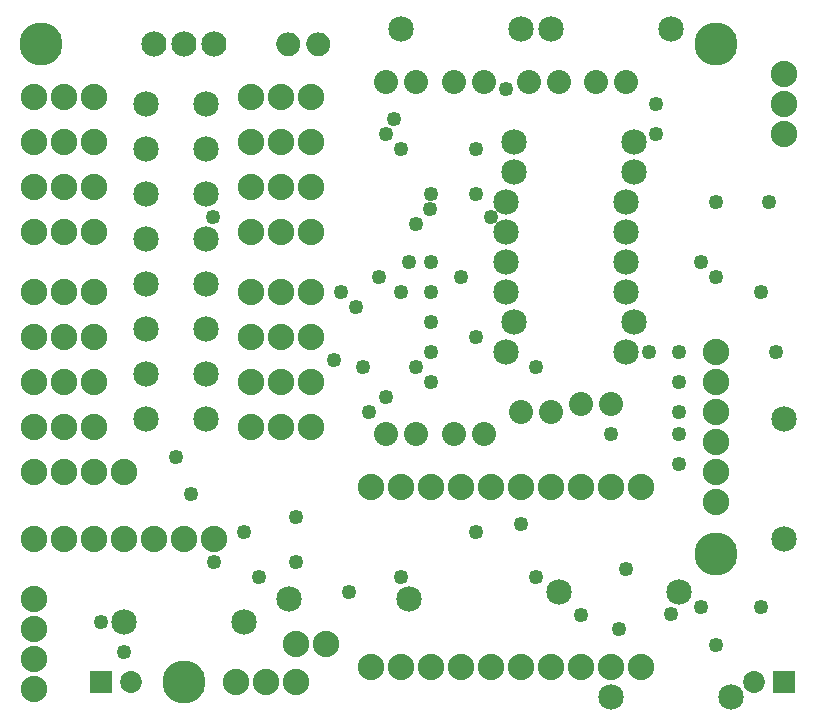
<source format=gbs>
G04 MADE WITH FRITZING*
G04 WWW.FRITZING.ORG*
G04 DOUBLE SIDED*
G04 HOLES PLATED*
G04 CONTOUR ON CENTER OF CONTOUR VECTOR*
%ASAXBY*%
%FSLAX23Y23*%
%MOIN*%
%OFA0B0*%
%SFA1.0B1.0*%
%ADD10C,0.049370*%
%ADD11C,0.085000*%
%ADD12C,0.088000*%
%ADD13C,0.143858*%
%ADD14C,0.084000*%
%ADD15C,0.072992*%
%ADD16C,0.080000*%
%ADD17R,0.072992X0.072992*%
%ADD18R,0.001000X0.001000*%
%LNMASK0*%
G90*
G70*
G54D10*
X2227Y826D03*
X1702Y626D03*
X302Y301D03*
X2052Y476D03*
X952Y501D03*
X1176Y1150D03*
X553Y850D03*
X777Y600D03*
X677Y501D03*
X602Y726D03*
X2127Y1201D03*
X2002Y926D03*
X2502Y1401D03*
X2552Y1201D03*
X2527Y1701D03*
X2227Y926D03*
X2227Y1201D03*
X2352Y1451D03*
X2227Y1101D03*
X2227Y1001D03*
X827Y451D03*
X1553Y601D03*
G54D11*
X777Y301D03*
X377Y301D03*
G54D10*
X377Y201D03*
G54D11*
X927Y376D03*
X1327Y376D03*
G54D12*
X677Y576D03*
X577Y576D03*
X477Y576D03*
X377Y576D03*
X277Y576D03*
X177Y576D03*
X77Y576D03*
G54D11*
X1827Y401D03*
X2227Y401D03*
X2577Y576D03*
X2577Y976D03*
G54D10*
X1652Y2076D03*
X2152Y2026D03*
X1602Y1651D03*
X2352Y1701D03*
X2302Y1501D03*
G54D13*
X577Y101D03*
G54D14*
X477Y2226D03*
X577Y2226D03*
X677Y2226D03*
G54D13*
X2352Y526D03*
X2352Y2226D03*
X102Y2226D03*
G54D10*
X676Y1650D03*
X1078Y1175D03*
X1253Y1050D03*
X1151Y1350D03*
G54D12*
X77Y801D03*
X177Y801D03*
X277Y801D03*
X377Y801D03*
G54D10*
X1302Y1401D03*
X1352Y1151D03*
X1552Y1726D03*
X1552Y1251D03*
X1502Y1451D03*
X1227Y1451D03*
X1752Y1151D03*
G54D11*
X1702Y2276D03*
X1302Y2276D03*
X1802Y2276D03*
X2202Y2276D03*
X2002Y51D03*
X2402Y51D03*
G54D15*
X302Y101D03*
X401Y101D03*
X2577Y101D03*
X2479Y101D03*
G54D10*
X1402Y1726D03*
X2152Y1926D03*
X1552Y1876D03*
G54D11*
X2052Y1501D03*
X1652Y1501D03*
X2052Y1601D03*
X1652Y1601D03*
X2052Y1401D03*
X1652Y1401D03*
X2052Y1701D03*
X1652Y1701D03*
X2077Y1301D03*
X1677Y1301D03*
X2077Y1801D03*
X1677Y1801D03*
X2052Y1201D03*
X1652Y1201D03*
X2077Y1901D03*
X1677Y1901D03*
G54D16*
X1352Y926D03*
X1252Y926D03*
X1577Y926D03*
X1477Y926D03*
X1352Y2101D03*
X1252Y2101D03*
X1577Y2101D03*
X1477Y2101D03*
X1802Y1001D03*
X1702Y1001D03*
X2002Y1026D03*
X1902Y1026D03*
X2052Y2101D03*
X1952Y2101D03*
X1827Y2101D03*
X1727Y2101D03*
G54D11*
X452Y976D03*
X652Y976D03*
X452Y1576D03*
X652Y1576D03*
X452Y1126D03*
X652Y1126D03*
X452Y1726D03*
X652Y1726D03*
X452Y1276D03*
X652Y1276D03*
X452Y1876D03*
X652Y1876D03*
X452Y1426D03*
X652Y1426D03*
X452Y2026D03*
X652Y2026D03*
G54D12*
X1002Y951D03*
X902Y951D03*
X802Y951D03*
X1002Y1601D03*
X902Y1601D03*
X802Y1601D03*
X1002Y1101D03*
X902Y1101D03*
X802Y1101D03*
X1002Y1751D03*
X902Y1751D03*
X802Y1751D03*
X1002Y1251D03*
X902Y1251D03*
X802Y1251D03*
X1002Y1901D03*
X902Y1901D03*
X802Y1901D03*
X1002Y1401D03*
X902Y1401D03*
X802Y1401D03*
X1002Y2051D03*
X902Y2051D03*
X802Y2051D03*
X2352Y701D03*
X2352Y801D03*
X2352Y901D03*
X2352Y1001D03*
X2352Y1101D03*
X2352Y1201D03*
X1202Y151D03*
X1302Y151D03*
X1402Y151D03*
X1502Y151D03*
X1602Y151D03*
X1702Y151D03*
X1802Y151D03*
X1902Y151D03*
X2002Y151D03*
X2102Y151D03*
X1202Y751D03*
X1302Y751D03*
X1402Y751D03*
X1502Y751D03*
X1602Y751D03*
X1702Y751D03*
X1802Y751D03*
X1902Y751D03*
X2002Y751D03*
X2102Y751D03*
X77Y376D03*
X77Y276D03*
X77Y176D03*
X77Y76D03*
X2577Y2126D03*
X2577Y2026D03*
X2577Y1926D03*
X952Y226D03*
X1052Y226D03*
X752Y101D03*
X852Y101D03*
X952Y101D03*
X77Y951D03*
X177Y951D03*
X277Y951D03*
X77Y1601D03*
X177Y1601D03*
X277Y1601D03*
X77Y1101D03*
X177Y1101D03*
X277Y1101D03*
X77Y1751D03*
X177Y1751D03*
X277Y1751D03*
X77Y1251D03*
X177Y1251D03*
X277Y1251D03*
X77Y1901D03*
X177Y1901D03*
X277Y1901D03*
X77Y1401D03*
X177Y1401D03*
X277Y1401D03*
X77Y2051D03*
X177Y2051D03*
X277Y2051D03*
G54D10*
X1102Y1400D03*
X1327Y1501D03*
X1402Y1201D03*
X1196Y1000D03*
X1402Y1101D03*
X1353Y1626D03*
X1252Y1926D03*
X1277Y1976D03*
X1302Y1876D03*
X1400Y1676D03*
X1402Y1300D03*
X1402Y1400D03*
X1403Y1501D03*
X952Y651D03*
X1127Y401D03*
X2202Y326D03*
X2352Y225D03*
X1302Y451D03*
X1752Y451D03*
X2302Y351D03*
X1902Y325D03*
X2027Y276D03*
X2502Y350D03*
G54D17*
X302Y101D03*
X2577Y101D03*
G54D18*
X923Y2266D02*
X929Y2266D01*
X1023Y2266D02*
X1029Y2266D01*
X918Y2265D02*
X935Y2265D01*
X1017Y2265D02*
X1035Y2265D01*
X914Y2264D02*
X939Y2264D01*
X1014Y2264D02*
X1039Y2264D01*
X911Y2263D02*
X942Y2263D01*
X1011Y2263D02*
X1041Y2263D01*
X909Y2262D02*
X944Y2262D01*
X1009Y2262D02*
X1044Y2262D01*
X907Y2261D02*
X945Y2261D01*
X1007Y2261D02*
X1045Y2261D01*
X906Y2260D02*
X947Y2260D01*
X1006Y2260D02*
X1047Y2260D01*
X904Y2259D02*
X949Y2259D01*
X1004Y2259D02*
X1049Y2259D01*
X903Y2258D02*
X950Y2258D01*
X1003Y2258D02*
X1050Y2258D01*
X901Y2257D02*
X951Y2257D01*
X1001Y2257D02*
X1051Y2257D01*
X900Y2256D02*
X952Y2256D01*
X1000Y2256D02*
X1052Y2256D01*
X899Y2255D02*
X954Y2255D01*
X999Y2255D02*
X1054Y2255D01*
X898Y2254D02*
X955Y2254D01*
X998Y2254D02*
X1055Y2254D01*
X897Y2253D02*
X955Y2253D01*
X997Y2253D02*
X1055Y2253D01*
X896Y2252D02*
X956Y2252D01*
X996Y2252D02*
X1056Y2252D01*
X896Y2251D02*
X957Y2251D01*
X996Y2251D02*
X1057Y2251D01*
X895Y2250D02*
X958Y2250D01*
X995Y2250D02*
X1058Y2250D01*
X894Y2249D02*
X959Y2249D01*
X994Y2249D02*
X1059Y2249D01*
X893Y2248D02*
X959Y2248D01*
X993Y2248D02*
X1059Y2248D01*
X893Y2247D02*
X960Y2247D01*
X993Y2247D02*
X1060Y2247D01*
X892Y2246D02*
X961Y2246D01*
X992Y2246D02*
X1060Y2246D01*
X892Y2245D02*
X961Y2245D01*
X992Y2245D02*
X1061Y2245D01*
X891Y2244D02*
X962Y2244D01*
X991Y2244D02*
X1062Y2244D01*
X891Y2243D02*
X962Y2243D01*
X991Y2243D02*
X1062Y2243D01*
X890Y2242D02*
X963Y2242D01*
X990Y2242D02*
X1063Y2242D01*
X890Y2241D02*
X963Y2241D01*
X990Y2241D02*
X1063Y2241D01*
X889Y2240D02*
X963Y2240D01*
X989Y2240D02*
X1063Y2240D01*
X889Y2239D02*
X964Y2239D01*
X989Y2239D02*
X1064Y2239D01*
X889Y2238D02*
X964Y2238D01*
X989Y2238D02*
X1064Y2238D01*
X888Y2237D02*
X964Y2237D01*
X988Y2237D02*
X1064Y2237D01*
X888Y2236D02*
X965Y2236D01*
X988Y2236D02*
X1064Y2236D01*
X888Y2235D02*
X965Y2235D01*
X988Y2235D02*
X1065Y2235D01*
X888Y2234D02*
X965Y2234D01*
X988Y2234D02*
X1065Y2234D01*
X888Y2233D02*
X965Y2233D01*
X988Y2233D02*
X1065Y2233D01*
X887Y2232D02*
X965Y2232D01*
X987Y2232D02*
X1065Y2232D01*
X887Y2231D02*
X965Y2231D01*
X987Y2231D02*
X1065Y2231D01*
X887Y2230D02*
X966Y2230D01*
X987Y2230D02*
X1066Y2230D01*
X887Y2229D02*
X966Y2229D01*
X987Y2229D02*
X1066Y2229D01*
X887Y2228D02*
X966Y2228D01*
X987Y2228D02*
X1066Y2228D01*
X887Y2227D02*
X966Y2227D01*
X987Y2227D02*
X1066Y2227D01*
X887Y2226D02*
X966Y2226D01*
X987Y2226D02*
X1066Y2226D01*
X887Y2225D02*
X966Y2225D01*
X987Y2225D02*
X1066Y2225D01*
X887Y2224D02*
X966Y2224D01*
X987Y2224D02*
X1066Y2224D01*
X887Y2223D02*
X966Y2223D01*
X987Y2223D02*
X1066Y2223D01*
X887Y2222D02*
X966Y2222D01*
X987Y2222D02*
X1066Y2222D01*
X887Y2221D02*
X965Y2221D01*
X987Y2221D02*
X1065Y2221D01*
X887Y2220D02*
X965Y2220D01*
X987Y2220D02*
X1065Y2220D01*
X888Y2219D02*
X965Y2219D01*
X988Y2219D02*
X1065Y2219D01*
X888Y2218D02*
X965Y2218D01*
X988Y2218D02*
X1065Y2218D01*
X888Y2217D02*
X965Y2217D01*
X988Y2217D02*
X1065Y2217D01*
X888Y2216D02*
X964Y2216D01*
X988Y2216D02*
X1064Y2216D01*
X889Y2215D02*
X964Y2215D01*
X988Y2215D02*
X1064Y2215D01*
X889Y2214D02*
X964Y2214D01*
X989Y2214D02*
X1064Y2214D01*
X889Y2213D02*
X964Y2213D01*
X989Y2213D02*
X1063Y2213D01*
X890Y2212D02*
X963Y2212D01*
X989Y2212D02*
X1063Y2212D01*
X890Y2211D02*
X963Y2211D01*
X990Y2211D02*
X1063Y2211D01*
X890Y2210D02*
X962Y2210D01*
X990Y2210D02*
X1062Y2210D01*
X891Y2209D02*
X962Y2209D01*
X991Y2209D02*
X1062Y2209D01*
X891Y2208D02*
X961Y2208D01*
X991Y2208D02*
X1061Y2208D01*
X892Y2207D02*
X961Y2207D01*
X992Y2207D02*
X1061Y2207D01*
X892Y2206D02*
X960Y2206D01*
X992Y2206D02*
X1060Y2206D01*
X893Y2205D02*
X960Y2205D01*
X993Y2205D02*
X1060Y2205D01*
X894Y2204D02*
X959Y2204D01*
X994Y2204D02*
X1059Y2204D01*
X894Y2203D02*
X958Y2203D01*
X994Y2203D02*
X1058Y2203D01*
X895Y2202D02*
X958Y2202D01*
X995Y2202D02*
X1058Y2202D01*
X896Y2201D02*
X957Y2201D01*
X996Y2201D02*
X1057Y2201D01*
X897Y2200D02*
X956Y2200D01*
X997Y2200D02*
X1056Y2200D01*
X898Y2199D02*
X955Y2199D01*
X998Y2199D02*
X1055Y2199D01*
X899Y2198D02*
X954Y2198D01*
X998Y2198D02*
X1054Y2198D01*
X900Y2197D02*
X953Y2197D01*
X1000Y2197D02*
X1053Y2197D01*
X901Y2196D02*
X952Y2196D01*
X1001Y2196D02*
X1052Y2196D01*
X902Y2195D02*
X951Y2195D01*
X1002Y2195D02*
X1051Y2195D01*
X903Y2194D02*
X949Y2194D01*
X1003Y2194D02*
X1049Y2194D01*
X905Y2193D02*
X948Y2193D01*
X1005Y2193D02*
X1048Y2193D01*
X906Y2192D02*
X946Y2192D01*
X1006Y2192D02*
X1046Y2192D01*
X908Y2191D02*
X945Y2191D01*
X1008Y2191D02*
X1045Y2191D01*
X910Y2190D02*
X943Y2190D01*
X1010Y2190D02*
X1043Y2190D01*
X912Y2189D02*
X940Y2189D01*
X1012Y2189D02*
X1040Y2189D01*
X915Y2188D02*
X937Y2188D01*
X1015Y2188D02*
X1037Y2188D01*
X920Y2187D02*
X933Y2187D01*
X1020Y2187D02*
X1033Y2187D01*
D02*
G04 End of Mask0*
M02*
</source>
